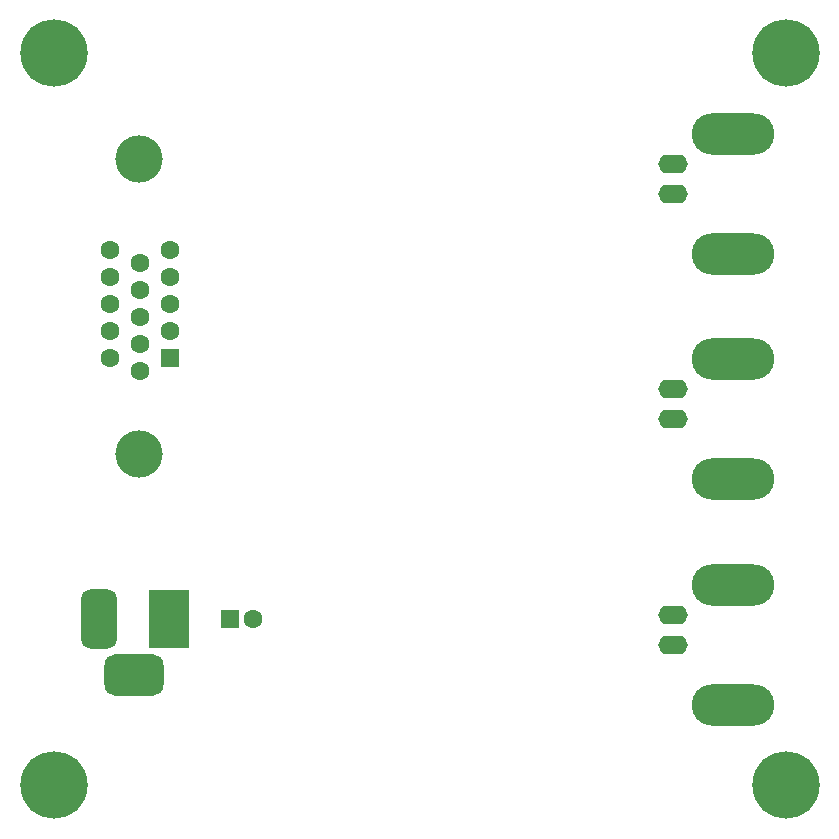
<source format=gbs>
%TF.GenerationSoftware,KiCad,Pcbnew,7.0.2*%
%TF.CreationDate,2023-06-12T01:53:58+02:00*%
%TF.ProjectId,RGB-YPbPr-Converter,5247422d-5950-4625-9072-2d436f6e7665,rev?*%
%TF.SameCoordinates,Original*%
%TF.FileFunction,Soldermask,Bot*%
%TF.FilePolarity,Negative*%
%FSLAX46Y46*%
G04 Gerber Fmt 4.6, Leading zero omitted, Abs format (unit mm)*
G04 Created by KiCad (PCBNEW 7.0.2) date 2023-06-12 01:53:58*
%MOMM*%
%LPD*%
G01*
G04 APERTURE LIST*
G04 Aperture macros list*
%AMRoundRect*
0 Rectangle with rounded corners*
0 $1 Rounding radius*
0 $2 $3 $4 $5 $6 $7 $8 $9 X,Y pos of 4 corners*
0 Add a 4 corners polygon primitive as box body*
4,1,4,$2,$3,$4,$5,$6,$7,$8,$9,$2,$3,0*
0 Add four circle primitives for the rounded corners*
1,1,$1+$1,$2,$3*
1,1,$1+$1,$4,$5*
1,1,$1+$1,$6,$7*
1,1,$1+$1,$8,$9*
0 Add four rect primitives between the rounded corners*
20,1,$1+$1,$2,$3,$4,$5,0*
20,1,$1+$1,$4,$5,$6,$7,0*
20,1,$1+$1,$6,$7,$8,$9,0*
20,1,$1+$1,$8,$9,$2,$3,0*%
G04 Aperture macros list end*
%ADD10O,2.500000X1.600000*%
%ADD11O,7.000000X3.500000*%
%ADD12R,1.600000X1.600000*%
%ADD13C,1.600000*%
%ADD14C,5.700000*%
%ADD15C,4.000000*%
%ADD16R,3.500000X5.000000*%
%ADD17RoundRect,0.750000X-0.750000X-1.750000X0.750000X-1.750000X0.750000X1.750000X-0.750000X1.750000X0*%
%ADD18RoundRect,0.875000X-1.625000X-0.875000X1.625000X-0.875000X1.625000X0.875000X-1.625000X0.875000X0*%
G04 APERTURE END LIST*
D10*
%TO.C,J3*%
X156410997Y-135000000D03*
D11*
X161490997Y-129920000D03*
D10*
X156410997Y-132460000D03*
D11*
X161490997Y-140080000D03*
%TD*%
D12*
%TO.C,C1*%
X118900000Y-151950000D03*
D13*
X120900000Y-151950000D03*
%TD*%
D10*
%TO.C,J5*%
X156410997Y-154080000D03*
D11*
X161490997Y-149000000D03*
D10*
X156410997Y-151540000D03*
D11*
X161490997Y-159160000D03*
%TD*%
D14*
%TO.C,H2*%
X166000000Y-104000000D03*
%TD*%
D15*
%TO.C,J2*%
X111245331Y-112985000D03*
X111245331Y-137985000D03*
D12*
X113855331Y-129800000D03*
D13*
X113855331Y-127510000D03*
X113855331Y-125220000D03*
X113855331Y-122930000D03*
X113855331Y-120640000D03*
X111315331Y-130945000D03*
X111315331Y-128655000D03*
X111315331Y-126365000D03*
X111315331Y-124075000D03*
X111315331Y-121785000D03*
X108775331Y-129800000D03*
X108775331Y-127510000D03*
X108775331Y-125220000D03*
X108775331Y-122930000D03*
X108775331Y-120640000D03*
%TD*%
D14*
%TO.C,H1*%
X104000000Y-104000000D03*
%TD*%
%TO.C,H4*%
X166000000Y-166000000D03*
%TD*%
%TO.C,H3*%
X104000000Y-166000000D03*
%TD*%
D16*
%TO.C,J1*%
X113800000Y-151940691D03*
D17*
X107800000Y-151940691D03*
D18*
X110800000Y-156640691D03*
%TD*%
D10*
%TO.C,J4*%
X156410997Y-115950000D03*
D11*
X161490997Y-110870000D03*
D10*
X156410997Y-113410000D03*
D11*
X161490997Y-121030000D03*
%TD*%
M02*

</source>
